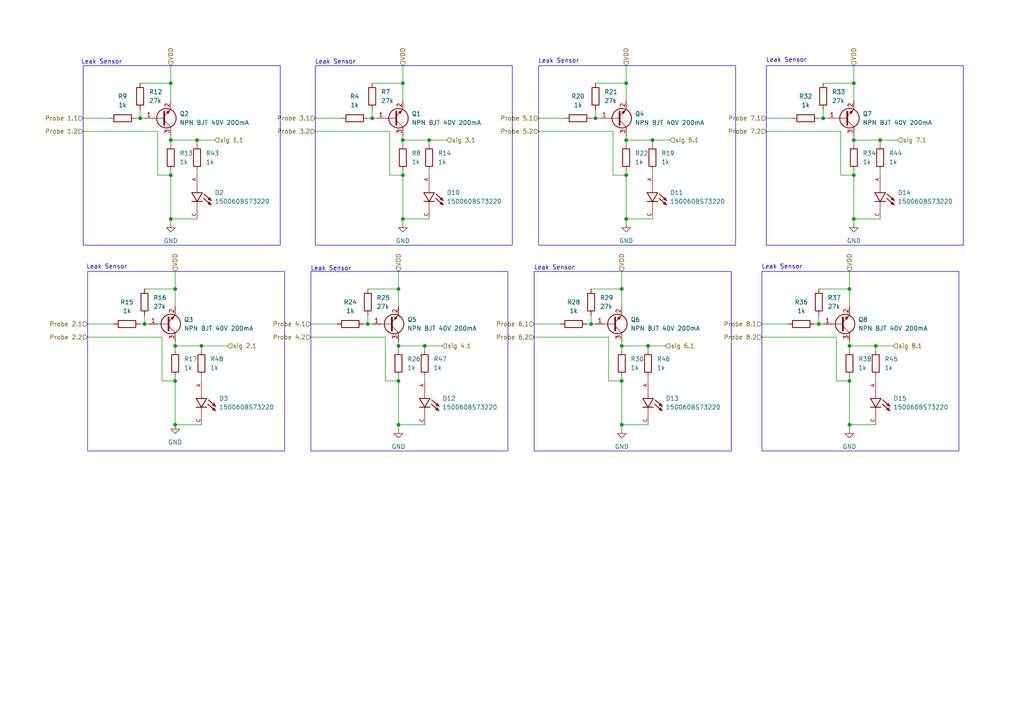
<source format=kicad_sch>
(kicad_sch (version 20250114) (generator "eeschema") (generator_version "9.0")
  (paper "A4")
  (title_block (title "Sensor_pcb: leak sensors") (date "2025-10-21") (company "Giacomo Raggi"))
  (rectangle (start 24.13 19.05) (end 81.28 71.12))
  (rectangle (start 222.25 19.05) (end 279.4 71.12))
  (rectangle (start 154.94 78.74) (end 212.09 130.81))
  (rectangle (start 25.4 78.74) (end 82.55 130.81))
  (rectangle (start 156.21 19.05) (end 213.36 71.12))
  (rectangle (start 220.98 78.74) (end 278.13 130.81))
  (rectangle (start 91.44 19.05) (end 148.59 71.12))
  (rectangle (start 90.17 78.74) (end 147.32 130.81))
  (text "Leak Sensor" (at 29.464 18.034 0) (effects (font (size 1.27 1.27))))
  (text "Leak Sensor" (at 226.822 77.47 0) (effects (font (size 1.27 1.27))))
  (text "Leak Sensor\n" (at 30.988 77.47 0) (effects (font (size 1.27 1.27))))
  (text "Leak Sensor" (at 228.092 17.526 0) (effects (font (size 1.27 1.27))))
  (text "Leak Sensor" (at 97.282 18.034 0) (effects (font (size 1.27 1.27))))
  (text "Leak Sensor" (at 96.012 77.978 0) (effects (font (size 1.27 1.27))))
  (text "Leak Sensor" (at 160.782 77.724 0) (effects (font (size 1.27 1.27))))
  (text "Leak Sensor" (at 162.052 17.78 0) (effects (font (size 1.27 1.27))))
  (junction (at 254 100.33))
  (junction (at 115.57 100.33))
  (junction (at 237.49 93.98))
  (junction (at 49.53 63.5))
  (junction (at 181.61 50.8))
  (junction (at 171.45 93.98))
  (junction (at 247.65 63.5))
  (junction (at 172.72 34.29))
  (junction (at 50.8 100.33))
  (junction (at 180.34 110.49))
  (junction (at 116.84 63.5))
  (junction (at 116.84 40.64))
  (junction (at 58.42 100.33))
  (junction (at 180.34 100.33))
  (junction (at 116.84 24.13))
  (junction (at 50.8 110.49))
  (junction (at 57.15 40.64))
  (junction (at 247.65 24.13))
  (junction (at 180.34 83.82))
  (junction (at 41.91 93.98))
  (junction (at 187.96 100.33))
  (junction (at 106.68 93.98))
  (junction (at 247.65 50.8))
  (junction (at 124.46 40.64))
  (junction (at 50.8 83.82))
  (junction (at 246.38 110.49))
  (junction (at 247.65 40.64))
  (junction (at 181.61 24.13))
  (junction (at 238.76 34.29))
  (junction (at 115.57 110.49))
  (junction (at 123.19 100.33))
  (junction (at 49.53 40.64))
  (junction (at 107.95 34.29))
  (junction (at 246.38 123.19))
  (junction (at 255.27 40.64))
  (junction (at 40.64 34.29))
  (junction (at 246.38 83.82))
  (junction (at 181.61 63.5))
  (junction (at 115.57 123.19))
  (junction (at 49.53 50.8))
  (junction (at 116.84 50.8))
  (junction (at 180.34 123.19))
  (junction (at 115.57 83.82))
  (junction (at 181.61 40.64))
  (junction (at 189.23 40.64))
  (junction (at 49.53 24.13))
  (junction (at 246.38 100.33))
  (junction (at 50.8 123.19))
  (wire (pts (xy 49.53 50.8) (xy 49.53 63.5)))
  (wire (pts (xy 46.99 97.79) (xy 46.99 110.49)))
  (wire (pts (xy 181.61 39.37) (xy 181.61 40.64)))
  (wire (pts (xy 247.65 40.64) (xy 255.27 40.64)))
  (wire (pts (xy 40.64 31.75) (xy 40.64 34.29)))
  (wire (pts (xy 181.61 63.5) (xy 189.23 63.5)))
  (wire (pts (xy 50.8 100.33) (xy 58.42 100.33)))
  (wire (pts (xy 50.8 110.49) (xy 50.8 123.19)))
  (wire (pts (xy 187.96 100.33) (xy 187.96 101.6)))
  (wire (pts (xy 116.84 19.05) (xy 116.84 24.13)))
  (wire (pts (xy 49.53 64.77) (xy 49.53 63.5)))
  (wire (pts (xy 246.38 78.74) (xy 246.38 83.82)))
  (wire (pts (xy 41.91 91.44) (xy 41.91 93.98)))
  (wire (pts (xy 40.64 34.29) (xy 41.91 34.29)))
  (wire (pts (xy 247.65 49.53) (xy 247.65 50.8)))
  (wire (pts (xy 57.15 40.64) (xy 62.23 40.64)))
  (wire (pts (xy 46.99 110.49) (xy 50.8 110.49)))
  (wire (pts (xy 45.72 38.1) (xy 24.13 38.1)))
  (wire (pts (xy 116.84 40.64) (xy 116.84 41.91)))
  (wire (pts (xy 172.72 34.29) (xy 173.99 34.29)))
  (wire (pts (xy 246.38 99.06) (xy 246.38 100.33)))
  (wire (pts (xy 106.68 91.44) (xy 106.68 93.98)))
  (wire (pts (xy 58.42 100.33) (xy 66.04 100.33)))
  (wire (pts (xy 237.49 83.82) (xy 246.38 83.82)))
  (wire (pts (xy 41.91 83.82) (xy 50.8 83.82)))
  (wire (pts (xy 243.84 38.1) (xy 243.84 50.8)))
  (wire (pts (xy 180.34 100.33) (xy 180.34 101.6)))
  (wire (pts (xy 49.53 40.64) (xy 49.53 41.91)))
  (wire (pts (xy 246.38 83.82) (xy 246.38 88.9)))
  (wire (pts (xy 115.57 100.33) (xy 115.57 101.6)))
  (wire (pts (xy 170.18 93.98) (xy 171.45 93.98)))
  (wire (pts (xy 181.61 40.64) (xy 181.61 41.91)))
  (wire (pts (xy 50.8 123.19) (xy 58.42 123.19)))
  (wire (pts (xy 115.57 123.19) (xy 123.19 123.19)))
  (wire (pts (xy 115.57 100.33) (xy 123.19 100.33)))
  (wire (pts (xy 49.53 19.05) (xy 49.53 24.13)))
  (wire (pts (xy 247.65 50.8) (xy 247.65 63.5)))
  (wire (pts (xy 107.95 31.75) (xy 107.95 34.29)))
  (wire (pts (xy 123.19 109.22) (xy 123.19 110.49)))
  (wire (pts (xy 180.34 83.82) (xy 180.34 88.9)))
  (wire (pts (xy 50.8 78.74) (xy 50.8 83.82)))
  (wire (pts (xy 189.23 49.53) (xy 189.23 50.8)))
  (wire (pts (xy 255.27 40.64) (xy 260.35 40.64)))
  (wire (pts (xy 116.84 39.37) (xy 116.84 40.64)))
  (wire (pts (xy 236.22 93.98) (xy 237.49 93.98)))
  (wire (pts (xy 156.21 34.29) (xy 163.83 34.29)))
  (wire (pts (xy 123.19 100.33) (xy 123.19 101.6)))
  (wire (pts (xy 246.38 100.33) (xy 246.38 101.6)))
  (wire (pts (xy 116.84 24.13) (xy 116.84 29.21)))
  (wire (pts (xy 116.84 50.8) (xy 116.84 63.5)))
  (wire (pts (xy 105.41 93.98) (xy 106.68 93.98)))
  (wire (pts (xy 172.72 24.13) (xy 181.61 24.13)))
  (wire (pts (xy 180.34 123.19) (xy 187.96 123.19)))
  (wire (pts (xy 124.46 40.64) (xy 129.54 40.64)))
  (wire (pts (xy 247.65 63.5) (xy 255.27 63.5)))
  (wire (pts (xy 181.61 40.64) (xy 189.23 40.64)))
  (wire (pts (xy 246.38 100.33) (xy 254 100.33)))
  (wire (pts (xy 49.53 49.53) (xy 49.53 50.8)))
  (wire (pts (xy 39.37 34.29) (xy 40.64 34.29)))
  (wire (pts (xy 171.45 91.44) (xy 171.45 93.98)))
  (wire (pts (xy 246.38 109.22) (xy 246.38 110.49)))
  (wire (pts (xy 189.23 40.64) (xy 194.31 40.64)))
  (wire (pts (xy 49.53 39.37) (xy 49.53 40.64)))
  (wire (pts (xy 50.8 109.22) (xy 50.8 110.49)))
  (wire (pts (xy 106.68 34.29) (xy 107.95 34.29)))
  (wire (pts (xy 49.53 24.13) (xy 49.53 29.21)))
  (wire (pts (xy 24.13 34.29) (xy 31.75 34.29)))
  (wire (pts (xy 90.17 93.98) (xy 97.79 93.98)))
  (wire (pts (xy 254 100.33) (xy 259.08 100.33)))
  (wire (pts (xy 41.91 93.98) (xy 43.18 93.98)))
  (wire (pts (xy 189.23 40.64) (xy 189.23 41.91)))
  (wire (pts (xy 220.98 93.98) (xy 228.6 93.98)))
  (wire (pts (xy 242.57 97.79) (xy 242.57 110.49)))
  (wire (pts (xy 238.76 31.75) (xy 238.76 34.29)))
  (wire (pts (xy 176.53 97.79) (xy 154.94 97.79)))
  (wire (pts (xy 177.8 38.1) (xy 156.21 38.1)))
  (wire (pts (xy 106.68 93.98) (xy 107.95 93.98)))
  (wire (pts (xy 116.84 63.5) (xy 124.46 63.5)))
  (wire (pts (xy 113.03 50.8) (xy 116.84 50.8)))
  (wire (pts (xy 187.96 100.33) (xy 193.04 100.33)))
  (wire (pts (xy 107.95 24.13) (xy 116.84 24.13)))
  (wire (pts (xy 181.61 50.8) (xy 181.61 63.5)))
  (wire (pts (xy 247.65 40.64) (xy 247.65 41.91)))
  (wire (pts (xy 181.61 64.77) (xy 181.61 63.5)))
  (wire (pts (xy 116.84 49.53) (xy 116.84 50.8)))
  (wire (pts (xy 176.53 97.79) (xy 176.53 110.49)))
  (wire (pts (xy 45.72 38.1) (xy 45.72 50.8)))
  (wire (pts (xy 49.53 63.5) (xy 57.15 63.5)))
  (wire (pts (xy 40.64 24.13) (xy 49.53 24.13)))
  (wire (pts (xy 180.34 99.06) (xy 180.34 100.33)))
  (wire (pts (xy 176.53 110.49) (xy 180.34 110.49)))
  (wire (pts (xy 106.68 83.82) (xy 115.57 83.82)))
  (wire (pts (xy 177.8 50.8) (xy 181.61 50.8)))
  (wire (pts (xy 171.45 93.98) (xy 172.72 93.98)))
  (wire (pts (xy 91.44 34.29) (xy 99.06 34.29)))
  (wire (pts (xy 115.57 78.74) (xy 115.57 83.82)))
  (wire (pts (xy 111.76 97.79) (xy 111.76 110.49)))
  (wire (pts (xy 116.84 40.64) (xy 124.46 40.64)))
  (wire (pts (xy 57.15 49.53) (xy 57.15 50.8)))
  (wire (pts (xy 58.42 109.22) (xy 58.42 110.49)))
  (wire (pts (xy 247.65 39.37) (xy 247.65 40.64)))
  (wire (pts (xy 116.84 64.77) (xy 116.84 63.5)))
  (wire (pts (xy 154.94 93.98) (xy 162.56 93.98)))
  (wire (pts (xy 247.65 19.05) (xy 247.65 24.13)))
  (wire (pts (xy 171.45 34.29) (xy 172.72 34.29)))
  (wire (pts (xy 238.76 24.13) (xy 247.65 24.13)))
  (wire (pts (xy 113.03 38.1) (xy 113.03 50.8)))
  (wire (pts (xy 123.19 100.33) (xy 128.27 100.33)))
  (wire (pts (xy 171.45 83.82) (xy 180.34 83.82)))
  (wire (pts (xy 237.49 91.44) (xy 237.49 93.98)))
  (wire (pts (xy 180.34 78.74) (xy 180.34 83.82)))
  (wire (pts (xy 247.65 24.13) (xy 247.65 29.21)))
  (wire (pts (xy 25.4 93.98) (xy 33.02 93.98)))
  (wire (pts (xy 246.38 123.19) (xy 254 123.19)))
  (wire (pts (xy 115.57 109.22) (xy 115.57 110.49)))
  (wire (pts (xy 254 109.22) (xy 254 110.49)))
  (wire (pts (xy 180.34 100.33) (xy 187.96 100.33)))
  (wire (pts (xy 246.38 124.46) (xy 246.38 123.19)))
  (wire (pts (xy 107.95 34.29) (xy 109.22 34.29)))
  (wire (pts (xy 124.46 49.53) (xy 124.46 50.8)))
  (wire (pts (xy 50.8 100.33) (xy 50.8 101.6)))
  (wire (pts (xy 181.61 49.53) (xy 181.61 50.8)))
  (wire (pts (xy 255.27 49.53) (xy 255.27 50.8)))
  (wire (pts (xy 40.64 93.98) (xy 41.91 93.98)))
  (wire (pts (xy 46.99 97.79) (xy 25.4 97.79)))
  (wire (pts (xy 115.57 99.06) (xy 115.57 100.33)))
  (wire (pts (xy 181.61 24.13) (xy 181.61 29.21)))
  (wire (pts (xy 180.34 124.46) (xy 180.34 123.19)))
  (wire (pts (xy 115.57 110.49) (xy 115.57 123.19)))
  (wire (pts (xy 111.76 97.79) (xy 90.17 97.79)))
  (wire (pts (xy 50.8 99.06) (xy 50.8 100.33)))
  (wire (pts (xy 222.25 34.29) (xy 229.87 34.29)))
  (wire (pts (xy 242.57 110.49) (xy 246.38 110.49)))
  (wire (pts (xy 111.76 110.49) (xy 115.57 110.49)))
  (wire (pts (xy 57.15 40.64) (xy 57.15 41.91)))
  (wire (pts (xy 50.8 83.82) (xy 50.8 88.9)))
  (wire (pts (xy 181.61 19.05) (xy 181.61 24.13)))
  (wire (pts (xy 49.53 40.64) (xy 57.15 40.64)))
  (wire (pts (xy 115.57 124.46) (xy 115.57 123.19)))
  (wire (pts (xy 243.84 50.8) (xy 247.65 50.8)))
  (wire (pts (xy 247.65 64.77) (xy 247.65 63.5)))
  (wire (pts (xy 246.38 110.49) (xy 246.38 123.19)))
  (wire (pts (xy 238.76 34.29) (xy 240.03 34.29)))
  (wire (pts (xy 177.8 38.1) (xy 177.8 50.8)))
  (wire (pts (xy 113.03 38.1) (xy 91.44 38.1)))
  (wire (pts (xy 180.34 109.22) (xy 180.34 110.49)))
  (wire (pts (xy 254 100.33) (xy 254 101.6)))
  (wire (pts (xy 255.27 40.64) (xy 255.27 41.91)))
  (wire (pts (xy 172.72 31.75) (xy 172.72 34.29)))
  (wire (pts (xy 58.42 100.33) (xy 58.42 101.6)))
  (wire (pts (xy 180.34 110.49) (xy 180.34 123.19)))
  (wire (pts (xy 237.49 34.29) (xy 238.76 34.29)))
  (wire (pts (xy 243.84 38.1) (xy 222.25 38.1)))
  (wire (pts (xy 115.57 83.82) (xy 115.57 88.9)))
  (wire (pts (xy 124.46 40.64) (xy 124.46 41.91)))
  (wire (pts (xy 242.57 97.79) (xy 220.98 97.79)))
  (wire (pts (xy 45.72 50.8) (xy 49.53 50.8)))
  (wire (pts (xy 237.49 93.98) (xy 238.76 93.98)))
  (wire (pts (xy 187.96 109.22) (xy 187.96 110.49)))
  (hierarchical_label "Probe 1.2" (shape input) (at 24.13 38.1 180))
  (hierarchical_label "Probe 6.2" (shape input) (at 154.94 97.79 180))
  (hierarchical_label "Probe 3.2" (shape input) (at 91.44 38.1 180))
  (hierarchical_label "sig 4.1" (shape input) (at 128.27 100.33 0))
  (hierarchical_label "VDD" (shape input) (at 50.8 78.74 90))
  (hierarchical_label "sig 8.1" (shape input) (at 259.08 100.33 0))
  (hierarchical_label "sig 2.1" (shape input) (at 66.04 100.33 0))
  (hierarchical_label "VDD" (shape input) (at 115.57 78.74 90))
  (hierarchical_label "VDD" (shape input) (at 180.34 78.74 90))
  (hierarchical_label "VDD" (shape input) (at 49.53 19.05 90))
  (hierarchical_label "Probe 5.2" (shape input) (at 156.21 38.1 180))
  (hierarchical_label "Probe 8.1" (shape input) (at 220.98 93.98 180))
  (hierarchical_label "sig 1.1" (shape input) (at 62.23 40.64 0))
  (hierarchical_label "Probe 7.1" (shape input) (at 222.25 34.29 180))
  (hierarchical_label "Probe 3.1" (shape input) (at 91.44 34.29 180))
  (hierarchical_label "VDD" (shape input) (at 181.61 19.05 90))
  (hierarchical_label "VDD" (shape input) (at 247.65 19.05 90))
  (hierarchical_label "Probe 7.2" (shape input) (at 222.25 38.1 180))
  (hierarchical_label "Probe 6.1" (shape input) (at 154.94 93.98 180))
  (hierarchical_label "Probe 5.1" (shape input) (at 156.21 34.29 180))
  (hierarchical_label "Probe 4.2" (shape input) (at 90.17 97.79 180))
  (hierarchical_label "Probe 4.1" (shape input) (at 90.17 93.98 180))
  (hierarchical_label "Probe 2.2" (shape input) (at 25.4 97.79 180))
  (hierarchical_label "Probe 8.2" (shape input) (at 220.98 97.79 180))
  (hierarchical_label "VDD" (shape input) (at 246.38 78.74 90))
  (hierarchical_label "sig 5.1" (shape input) (at 194.31 40.64 0))
  (hierarchical_label "sig 3.1" (shape input) (at 129.54 40.64 0))
  (hierarchical_label "sig 7.1" (shape input) (at 260.35 40.64 0))
  (hierarchical_label "Probe 1.1" (shape input) (at 24.13 34.29 180))
  (hierarchical_label "sig 6.1" (shape input) (at 193.04 100.33 0))
  (hierarchical_label "VDD" (shape input) (at 116.84 19.05 90))
  (hierarchical_label "Probe 2.1" (shape input) (at 25.4 93.98 180))
  (symbol (lib_id "#dzdb:s_misc/Q-NPN-200-SOT23") (at 245.11 34.29 0) (mirror x) (unit 1)
    (property "Reference" "Q7" (at 250.19 33.0199 0) (effects (justify left)))
    (property "Value" "NPN BJT 40V 200mA" (at 250.19 35.5599 0) (effects (justify left)))
    (property "Footprint" "Package_TO_SOT_SMD:SOT-23" (effects (hide yes)))
    (property "Datasheet" "https://www.lcsc.com/datasheet/C94514.pdf" (effects (hide yes)))
    (property "Description" "Transistor NPN general-purpose small-signal" (effects (hide yes)))
    (property "IPN" "Q-NPN-200-SOT23" (effects (hide yes)))
    (property "MPN" "MMBT3904-7-F" (effects (hide yes)))
    (property "Manufacturer" "Diodes Incorporated" (effects (hide yes)))
    (property "Symbol" "Transistor_BJT:MMBT3904" (effects (hide yes)))
    (property "Type" "BJT" (effects (hide yes)))
    (property "Supplier" "N/A" (effects (hide yes)))
    (property "SPN" "N/A" (effects (hide yes)))
    (property "LCSC" "C94514" (effects (hide yes)))
  )
  (symbol (lib_id "#dzdb:g_res/R-1k-0603") (at 187.96 105.41 0) (unit 1)
    (property "Reference" "R46" (at 190.5 104.1399 0) (effects (justify left)))
    (property "Value" "1k" (at 190.5 106.6799 0) (effects (justify left)))
    (property "Footprint" "Resistor_SMD:R_0603_1608Metric" (effects (hide yes)))
    (property "Datasheet" "https://www.we-online.com/components/products/datasheet/560112116014.pdf" (effects (hide yes)))
    (property "Description" "Thick Film Resistors - SMD WRIS-RSKS 1 kOhms 1 % 0.1 W 0603" (effects (hide yes)))
    (property "IPN" "R-1k-0603" (effects (hide yes)))
    (property "MPN" "560112116014" (effects (hide yes)))
    (property "Manufacturer" "Wurth Elektronik" (effects (hide yes)))
    (property "Resistance" "1k" (effects (hide yes)))
    (property "Power" "0.1 W" (effects (hide yes)))
    (property "Material" "Thick film" (effects (hide yes)))
    (property "Tolerance" "1 %" (effects (hide yes)))
    (property "Supplier" "Mouser" (effects (hide yes)))
    (property "SPN" "710-560112116014" (effects (hide yes)))
    (property "LCSC" "CXXXXX" (effects (hide yes)))
    (property "Comment" "lifecycle=Active; note=Auto-generated" (effects (hide yes)))
  )
  (symbol (lib_id "#dzdb:g_res/R-1k-0603") (at 115.57 105.41 0) (unit 1)
    (property "Reference" "R26" (at 118.11 104.1399 0) (effects (justify left)))
    (property "Value" "1k" (at 118.11 106.6799 0) (effects (justify left)))
    (property "Footprint" "Resistor_SMD:R_0603_1608Metric" (effects (hide yes)))
    (property "Datasheet" "https://www.we-online.com/components/products/datasheet/560112116014.pdf" (effects (hide yes)))
    (property "Description" "Thick Film Resistors - SMD WRIS-RSKS 1 kOhms 1 % 0.1 W 0603" (effects (hide yes)))
    (property "IPN" "R-1k-0603" (effects (hide yes)))
    (property "MPN" "560112116014" (effects (hide yes)))
    (property "Manufacturer" "Wurth Elektronik" (effects (hide yes)))
    (property "Resistance" "1k" (effects (hide yes)))
    (property "Power" "0.1 W" (effects (hide yes)))
    (property "Material" "Thick film" (effects (hide yes)))
    (property "Tolerance" "1 %" (effects (hide yes)))
    (property "Supplier" "Mouser" (effects (hide yes)))
    (property "SPN" "710-560112116014" (effects (hide yes)))
    (property "LCSC" "CXXXXX" (effects (hide yes)))
    (property "Comment" "lifecycle=Active; note=Auto-generated" (effects (hide yes)))
  )
  (symbol (lib_id "#dzdb:s_dio/D-WUR-150060BS73220") (at 57.15 58.42 270) (unit 1)
    (property "Reference" "D2" (at 62.23 55.8799 90) (effects (justify left)))
    (property "Value" "150060BS73220" (at 62.23 58.4199 90) (effects (justify left)))
    (property "Footprint" "dz_dio:LED_0603" (effects (hide yes)))
    (property "Datasheet" "https://www.we-online.com/components/products/datasheet/150060BS73220.pdf" (effects (hide yes)))
    (property "Description" "LED BLUE 470nm 170mcd@20mA 3.2V" (effects (hide yes)))
    (property "IPN" "D-WUR-150060BS73220" (effects (hide yes)))
    (property "MPN" "150060BS73220" (effects (hide yes)))
    (property "Manufacturer" "Würth Elektronik" (effects (hide yes)))
    (property "Type" "LED BLUE" (effects (hide yes)))
    (property "Vf" "3.2V" (effects (hide yes)))
    (property "If" "20mA" (effects (hide yes)))
    (property "Supplier" "Mouser" (effects (hide yes)))
    (property "LCSC" " " (effects (hide yes)))
    (property "Comment" "lifecycle=Active" (effects (hide yes)))
  )
  (symbol (lib_id "power:GND") (at 247.65 64.77 0) (unit 1)
    (property "Reference" "#PWR017" (effects (hide yes)))
    (property "Value" "GND" (at 247.65 69.85 0))
    (property "Description" "Power symbol creates a global label with name \"GND\" , ground" (effects (hide yes)))
  )
  (symbol (lib_id "#dzdb:g_res/R-27k-0603") (at 41.91 87.63 0) (unit 1)
    (property "Reference" "R16" (at 44.45 86.3599 0) (effects (justify left)))
    (property "Value" "27k" (at 44.45 88.8999 0) (effects (justify left)))
    (property "Footprint" "Resistor_SMD:R_0603_1608Metric" (effects (hide yes)))
    (property "Datasheet" "https://www.we-online.com/components/products/datasheet/560112116023.pdf" (effects (hide yes)))
    (property "Description" "Thick Film Resistors - SMD WRIS-RSKS 27 kOhms 1 % 0.1 W 0603" (effects (hide yes)))
    (property "IPN" "R-27k-0603" (effects (hide yes)))
    (property "MPN" "560112116023" (effects (hide yes)))
    (property "Manufacturer" "Wurth Elektronik" (effects (hide yes)))
    (property "Resistance" "27k" (effects (hide yes)))
    (property "Power" "0.1 W" (effects (hide yes)))
    (property "Material" "Thick film" (effects (hide yes)))
    (property "Tolerance" "1 %" (effects (hide yes)))
    (property "Supplier" "Mouser" (effects (hide yes)))
    (property "SPN" "710-560112116023" (effects (hide yes)))
    (property "LCSC" "CXXXXX" (effects (hide yes)))
    (property "Comment" "lifecycle=Active; note=Auto-generated" (effects (hide yes)))
  )
  (symbol (lib_id "#dzdb:g_res/R-1k-0603") (at 116.84 45.72 0) (unit 1)
    (property "Reference" "R8" (at 119.38 44.4499 0) (effects (justify left)))
    (property "Value" "1k" (at 119.38 46.9899 0) (effects (justify left)))
    (property "Footprint" "Resistor_SMD:R_0603_1608Metric" (effects (hide yes)))
    (property "Datasheet" "https://www.we-online.com/components/products/datasheet/560112116014.pdf" (effects (hide yes)))
    (property "Description" "Thick Film Resistors - SMD WRIS-RSKS 1 kOhms 1 % 0.1 W 0603" (effects (hide yes)))
    (property "IPN" "R-1k-0603" (effects (hide yes)))
    (property "MPN" "560112116014" (effects (hide yes)))
    (property "Manufacturer" "Wurth Elektronik" (effects (hide yes)))
    (property "Resistance" "1k" (effects (hide yes)))
    (property "Power" "0.1 W" (effects (hide yes)))
    (property "Material" "Thick film" (effects (hide yes)))
    (property "Tolerance" "1 %" (effects (hide yes)))
    (property "Supplier" "Mouser" (effects (hide yes)))
    (property "SPN" "710-560112116014" (effects (hide yes)))
    (property "LCSC" "CXXXXX" (effects (hide yes)))
    (property "Comment" "lifecycle=Active; note=Auto-generated" (effects (hide yes)))
  )
  (symbol (lib_id "#dzdb:g_res/R-1k-0603") (at 58.42 105.41 0) (unit 1)
    (property "Reference" "R48" (at 60.96 104.1399 0) (effects (justify left)))
    (property "Value" "1k" (at 60.96 106.6799 0) (effects (justify left)))
    (property "Footprint" "Resistor_SMD:R_0603_1608Metric" (effects (hide yes)))
    (property "Datasheet" "https://www.we-online.com/components/products/datasheet/560112116014.pdf" (effects (hide yes)))
    (property "Description" "Thick Film Resistors - SMD WRIS-RSKS 1 kOhms 1 % 0.1 W 0603" (effects (hide yes)))
    (property "IPN" "R-1k-0603" (effects (hide yes)))
    (property "MPN" "560112116014" (effects (hide yes)))
    (property "Manufacturer" "Wurth Elektronik" (effects (hide yes)))
    (property "Resistance" "1k" (effects (hide yes)))
    (property "Power" "0.1 W" (effects (hide yes)))
    (property "Material" "Thick film" (effects (hide yes)))
    (property "Tolerance" "1 %" (effects (hide yes)))
    (property "Supplier" "Mouser" (effects (hide yes)))
    (property "SPN" "710-560112116014" (effects (hide yes)))
    (property "LCSC" "CXXXXX" (effects (hide yes)))
    (property "Comment" "lifecycle=Active; note=Auto-generated" (effects (hide yes)))
  )
  (symbol (lib_id "#dzdb:g_res/R-1k-0603") (at 50.8 105.41 0) (unit 1)
    (property "Reference" "R17" (at 53.34 104.1399 0) (effects (justify left)))
    (property "Value" "1k" (at 53.34 106.6799 0) (effects (justify left)))
    (property "Footprint" "Resistor_SMD:R_0603_1608Metric" (effects (hide yes)))
    (property "Datasheet" "https://www.we-online.com/components/products/datasheet/560112116014.pdf" (effects (hide yes)))
    (property "Description" "Thick Film Resistors - SMD WRIS-RSKS 1 kOhms 1 % 0.1 W 0603" (effects (hide yes)))
    (property "IPN" "R-1k-0603" (effects (hide yes)))
    (property "MPN" "560112116014" (effects (hide yes)))
    (property "Manufacturer" "Wurth Elektronik" (effects (hide yes)))
    (property "Resistance" "1k" (effects (hide yes)))
    (property "Power" "0.1 W" (effects (hide yes)))
    (property "Material" "Thick film" (effects (hide yes)))
    (property "Tolerance" "1 %" (effects (hide yes)))
    (property "Supplier" "Mouser" (effects (hide yes)))
    (property "SPN" "710-560112116014" (effects (hide yes)))
    (property "LCSC" "CXXXXX" (effects (hide yes)))
    (property "Comment" "lifecycle=Active; note=Auto-generated" (effects (hide yes)))
  )
  (symbol (lib_id "#dzdb:g_res/R-1k-0603") (at 102.87 34.29 90) (unit 1)
    (property "Reference" "R4" (at 102.87 27.94 90))
    (property "Value" "1k" (at 102.87 30.48 90))
    (property "Footprint" "Resistor_SMD:R_0603_1608Metric" (effects (hide yes)))
    (property "Datasheet" "https://www.we-online.com/components/products/datasheet/560112116014.pdf" (effects (hide yes)))
    (property "Description" "Thick Film Resistors - SMD WRIS-RSKS 1 kOhms 1 % 0.1 W 0603" (effects (hide yes)))
    (property "IPN" "R-1k-0603" (effects (hide yes)))
    (property "MPN" "560112116014" (effects (hide yes)))
    (property "Manufacturer" "Wurth Elektronik" (effects (hide yes)))
    (property "Resistance" "1k" (effects (hide yes)))
    (property "Power" "0.1 W" (effects (hide yes)))
    (property "Material" "Thick film" (effects (hide yes)))
    (property "Tolerance" "1 %" (effects (hide yes)))
    (property "Supplier" "Mouser" (effects (hide yes)))
    (property "SPN" "710-560112116014" (effects (hide yes)))
    (property "LCSC" "CXXXXX" (effects (hide yes)))
    (property "Comment" "lifecycle=Active; note=Auto-generated" (effects (hide yes)))
  )
  (symbol (lib_id "#dzdb:s_misc/Q-NPN-200-SOT23") (at 177.8 93.98 0) (mirror x) (unit 1)
    (property "Reference" "Q6" (at 182.88 92.7099 0) (effects (justify left)))
    (property "Value" "NPN BJT 40V 200mA" (at 182.88 95.2499 0) (effects (justify left)))
    (property "Footprint" "Package_TO_SOT_SMD:SOT-23" (effects (hide yes)))
    (property "Datasheet" "https://www.lcsc.com/datasheet/C94514.pdf" (effects (hide yes)))
    (property "Description" "Transistor NPN general-purpose small-signal" (effects (hide yes)))
    (property "IPN" "Q-NPN-200-SOT23" (effects (hide yes)))
    (property "MPN" "MMBT3904-7-F" (effects (hide yes)))
    (property "Manufacturer" "Diodes Incorporated" (effects (hide yes)))
    (property "Symbol" "Transistor_BJT:MMBT3904" (effects (hide yes)))
    (property "Type" "BJT" (effects (hide yes)))
    (property "Supplier" "N/A" (effects (hide yes)))
    (property "SPN" "N/A" (effects (hide yes)))
    (property "LCSC" "C94514" (effects (hide yes)))
  )
  (symbol (lib_id "power:GND") (at 50.8 123.19 0) (unit 1)
    (property "Reference" "#PWR08" (effects (hide yes)))
    (property "Value" "GND" (at 50.8 128.27 0))
    (property "Description" "Power symbol creates a global label with name \"GND\" , ground" (effects (hide yes)))
  )
  (symbol (lib_id "#dzdb:g_res/R-27k-0603") (at 40.64 27.94 0) (unit 1)
    (property "Reference" "R12" (at 43.18 26.6699 0) (effects (justify left)))
    (property "Value" "27k" (at 43.18 29.2099 0) (effects (justify left)))
    (property "Footprint" "Resistor_SMD:R_0603_1608Metric" (effects (hide yes)))
    (property "Datasheet" "https://www.we-online.com/components/products/datasheet/560112116023.pdf" (effects (hide yes)))
    (property "Description" "Thick Film Resistors - SMD WRIS-RSKS 27 kOhms 1 % 0.1 W 0603" (effects (hide yes)))
    (property "IPN" "R-27k-0603" (effects (hide yes)))
    (property "MPN" "560112116023" (effects (hide yes)))
    (property "Manufacturer" "Wurth Elektronik" (effects (hide yes)))
    (property "Resistance" "27k" (effects (hide yes)))
    (property "Power" "0.1 W" (effects (hide yes)))
    (property "Material" "Thick film" (effects (hide yes)))
    (property "Tolerance" "1 %" (effects (hide yes)))
    (property "Supplier" "Mouser" (effects (hide yes)))
    (property "SPN" "710-560112116023" (effects (hide yes)))
    (property "LCSC" "CXXXXX" (effects (hide yes)))
    (property "Comment" "lifecycle=Active; note=Auto-generated" (effects (hide yes)))
  )
  (symbol (lib_id "#dzdb:g_res/R-27k-0603") (at 107.95 27.94 0) (unit 1)
    (property "Reference" "R7" (at 110.49 26.6699 0) (effects (justify left)))
    (property "Value" "27k" (at 110.49 29.2099 0) (effects (justify left)))
    (property "Footprint" "Resistor_SMD:R_0603_1608Metric" (effects (hide yes)))
    (property "Datasheet" "https://www.we-online.com/components/products/datasheet/560112116023.pdf" (effects (hide yes)))
    (property "Description" "Thick Film Resistors - SMD WRIS-RSKS 27 kOhms 1 % 0.1 W 0603" (effects (hide yes)))
    (property "IPN" "R-27k-0603" (effects (hide yes)))
    (property "MPN" "560112116023" (effects (hide yes)))
    (property "Manufacturer" "Wurth Elektronik" (effects (hide yes)))
    (property "Resistance" "27k" (effects (hide yes)))
    (property "Power" "0.1 W" (effects (hide yes)))
    (property "Material" "Thick film" (effects (hide yes)))
    (property "Tolerance" "1 %" (effects (hide yes)))
    (property "Supplier" "Mouser" (effects (hide yes)))
    (property "SPN" "710-560112116023" (effects (hide yes)))
    (property "LCSC" "CXXXXX" (effects (hide yes)))
    (property "Comment" "lifecycle=Active; note=Auto-generated" (effects (hide yes)))
  )
  (symbol (lib_id "#dzdb:s_misc/Q-NPN-200-SOT23") (at 113.03 93.98 0) (mirror x) (unit 1)
    (property "Reference" "Q5" (at 118.11 92.7099 0) (effects (justify left)))
    (property "Value" "NPN BJT 40V 200mA" (at 118.11 95.2499 0) (effects (justify left)))
    (property "Footprint" "Package_TO_SOT_SMD:SOT-23" (effects (hide yes)))
    (property "Datasheet" "https://www.lcsc.com/datasheet/C94514.pdf" (effects (hide yes)))
    (property "Description" "Transistor NPN general-purpose small-signal" (effects (hide yes)))
    (property "IPN" "Q-NPN-200-SOT23" (effects (hide yes)))
    (property "MPN" "MMBT3904-7-F" (effects (hide yes)))
    (property "Manufacturer" "Diodes Incorporated" (effects (hide yes)))
    (property "Symbol" "Transistor_BJT:MMBT3904" (effects (hide yes)))
    (property "Type" "BJT" (effects (hide yes)))
    (property "Supplier" "N/A" (effects (hide yes)))
    (property "SPN" "N/A" (effects (hide yes)))
    (property "LCSC" "C94514" (effects (hide yes)))
  )
  (symbol (lib_id "#dzdb:g_res/R-27k-0603") (at 238.76 27.94 0) (unit 1)
    (property "Reference" "R33" (at 241.3 26.6699 0) (effects (justify left)))
    (property "Value" "27k" (at 241.3 29.2099 0) (effects (justify left)))
    (property "Footprint" "Resistor_SMD:R_0603_1608Metric" (effects (hide yes)))
    (property "Datasheet" "https://www.we-online.com/components/products/datasheet/560112116023.pdf" (effects (hide yes)))
    (property "Description" "Thick Film Resistors - SMD WRIS-RSKS 27 kOhms 1 % 0.1 W 0603" (effects (hide yes)))
    (property "IPN" "R-27k-0603" (effects (hide yes)))
    (property "MPN" "560112116023" (effects (hide yes)))
    (property "Manufacturer" "Wurth Elektronik" (effects (hide yes)))
    (property "Resistance" "27k" (effects (hide yes)))
    (property "Power" "0.1 W" (effects (hide yes)))
    (property "Material" "Thick film" (effects (hide yes)))
    (property "Tolerance" "1 %" (effects (hide yes)))
    (property "Supplier" "Mouser" (effects (hide yes)))
    (property "SPN" "710-560112116023" (effects (hide yes)))
    (property "LCSC" "CXXXXX" (effects (hide yes)))
    (property "Comment" "lifecycle=Active; note=Auto-generated" (effects (hide yes)))
  )
  (symbol (lib_id "#dzdb:g_res/R-1k-0603") (at 180.34 105.41 0) (unit 1)
    (property "Reference" "R30" (at 182.88 104.1399 0) (effects (justify left)))
    (property "Value" "1k" (at 182.88 106.6799 0) (effects (justify left)))
    (property "Footprint" "Resistor_SMD:R_0603_1608Metric" (effects (hide yes)))
    (property "Datasheet" "https://www.we-online.com/components/products/datasheet/560112116014.pdf" (effects (hide yes)))
    (property "Description" "Thick Film Resistors - SMD WRIS-RSKS 1 kOhms 1 % 0.1 W 0603" (effects (hide yes)))
    (property "IPN" "R-1k-0603" (effects (hide yes)))
    (property "MPN" "560112116014" (effects (hide yes)))
    (property "Manufacturer" "Wurth Elektronik" (effects (hide yes)))
    (property "Resistance" "1k" (effects (hide yes)))
    (property "Power" "0.1 W" (effects (hide yes)))
    (property "Material" "Thick film" (effects (hide yes)))
    (property "Tolerance" "1 %" (effects (hide yes)))
    (property "Supplier" "Mouser" (effects (hide yes)))
    (property "SPN" "710-560112116014" (effects (hide yes)))
    (property "LCSC" "CXXXXX" (effects (hide yes)))
    (property "Comment" "lifecycle=Active; note=Auto-generated" (effects (hide yes)))
  )
  (symbol (lib_id "#dzdb:s_misc/Q-NPN-200-SOT23") (at 48.26 93.98 0) (mirror x) (unit 1)
    (property "Reference" "Q3" (at 53.34 92.7099 0) (effects (justify left)))
    (property "Value" "NPN BJT 40V 200mA" (at 53.34 95.2499 0) (effects (justify left)))
    (property "Footprint" "Package_TO_SOT_SMD:SOT-23" (effects (hide yes)))
    (property "Datasheet" "https://www.lcsc.com/datasheet/C94514.pdf" (effects (hide yes)))
    (property "Description" "Transistor NPN general-purpose small-signal" (effects (hide yes)))
    (property "IPN" "Q-NPN-200-SOT23" (effects (hide yes)))
    (property "MPN" "MMBT3904-7-F" (effects (hide yes)))
    (property "Manufacturer" "Diodes Incorporated" (effects (hide yes)))
    (property "Symbol" "Transistor_BJT:MMBT3904" (effects (hide yes)))
    (property "Type" "BJT" (effects (hide yes)))
    (property "Supplier" "N/A" (effects (hide yes)))
    (property "SPN" "N/A" (effects (hide yes)))
    (property "LCSC" "C94514" (effects (hide yes)))
  )
  (symbol (lib_id "#dzdb:s_dio/D-WUR-150060BS73220") (at 254 118.11 270) (unit 1)
    (property "Reference" "D15" (at 259.08 115.5699 90) (effects (justify left)))
    (property "Value" "150060BS73220" (at 259.08 118.1099 90) (effects (justify left)))
    (property "Footprint" "dz_dio:LED_0603" (effects (hide yes)))
    (property "Datasheet" "https://www.we-online.com/components/products/datasheet/150060BS73220.pdf" (effects (hide yes)))
    (property "Description" "LED BLUE 470nm 170mcd@20mA 3.2V" (effects (hide yes)))
    (property "IPN" "D-WUR-150060BS73220" (effects (hide yes)))
    (property "MPN" "150060BS73220" (effects (hide yes)))
    (property "Manufacturer" "Würth Elektronik" (effects (hide yes)))
    (property "Type" "LED BLUE" (effects (hide yes)))
    (property "Vf" "3.2V" (effects (hide yes)))
    (property "If" "20mA" (effects (hide yes)))
    (property "Supplier" "Mouser" (effects (hide yes)))
    (property "LCSC" " " (effects (hide yes)))
    (property "Comment" "lifecycle=Active" (effects (hide yes)))
  )
  (symbol (lib_id "#dzdb:g_res/R-1k-0603") (at 233.68 34.29 90) (unit 1)
    (property "Reference" "R32" (at 233.68 27.94 90))
    (property "Value" "1k" (at 233.68 30.48 90))
    (property "Footprint" "Resistor_SMD:R_0603_1608Metric" (effects (hide yes)))
    (property "Datasheet" "https://www.we-online.com/components/products/datasheet/560112116014.pdf" (effects (hide yes)))
    (property "Description" "Thick Film Resistors - SMD WRIS-RSKS 1 kOhms 1 % 0.1 W 0603" (effects (hide yes)))
    (property "IPN" "R-1k-0603" (effects (hide yes)))
    (property "MPN" "560112116014" (effects (hide yes)))
    (property "Manufacturer" "Wurth Elektronik" (effects (hide yes)))
    (property "Resistance" "1k" (effects (hide yes)))
    (property "Power" "0.1 W" (effects (hide yes)))
    (property "Material" "Thick film" (effects (hide yes)))
    (property "Tolerance" "1 %" (effects (hide yes)))
    (property "Supplier" "Mouser" (effects (hide yes)))
    (property "SPN" "710-560112116014" (effects (hide yes)))
    (property "LCSC" "CXXXXX" (effects (hide yes)))
    (property "Comment" "lifecycle=Active; note=Auto-generated" (effects (hide yes)))
  )
  (symbol (lib_id "power:GND") (at 246.38 124.46 0) (unit 1)
    (property "Reference" "#PWR018" (effects (hide yes)))
    (property "Value" "GND" (at 246.38 129.54 0))
    (property "Description" "Power symbol creates a global label with name \"GND\" , ground" (effects (hide yes)))
  )
  (symbol (lib_id "#dzdb:g_res/R-1k-0603") (at 35.56 34.29 90) (unit 1)
    (property "Reference" "R9" (at 35.56 27.94 90))
    (property "Value" "1k" (at 35.56 30.48 90))
    (property "Footprint" "Resistor_SMD:R_0603_1608Metric" (effects (hide yes)))
    (property "Datasheet" "https://www.we-online.com/components/products/datasheet/560112116014.pdf" (effects (hide yes)))
    (property "Description" "Thick Film Resistors - SMD WRIS-RSKS 1 kOhms 1 % 0.1 W 0603" (effects (hide yes)))
    (property "IPN" "R-1k-0603" (effects (hide yes)))
    (property "MPN" "560112116014" (effects (hide yes)))
    (property "Manufacturer" "Wurth Elektronik" (effects (hide yes)))
    (property "Resistance" "1k" (effects (hide yes)))
    (property "Power" "0.1 W" (effects (hide yes)))
    (property "Material" "Thick film" (effects (hide yes)))
    (property "Tolerance" "1 %" (effects (hide yes)))
    (property "Supplier" "Mouser" (effects (hide yes)))
    (property "SPN" "710-560112116014" (effects (hide yes)))
    (property "LCSC" "CXXXXX" (effects (hide yes)))
    (property "Comment" "lifecycle=Active; note=Auto-generated" (effects (hide yes)))
  )
  (symbol (lib_id "#dzdb:g_res/R-1k-0603") (at 189.23 45.72 0) (unit 1)
    (property "Reference" "R19" (at 191.77 44.4499 0) (effects (justify left)))
    (property "Value" "1k" (at 191.77 46.9899 0) (effects (justify left)))
    (property "Footprint" "Resistor_SMD:R_0603_1608Metric" (effects (hide yes)))
    (property "Datasheet" "https://www.we-online.com/components/products/datasheet/560112116014.pdf" (effects (hide yes)))
    (property "Description" "Thick Film Resistors - SMD WRIS-RSKS 1 kOhms 1 % 0.1 W 0603" (effects (hide yes)))
    (property "IPN" "R-1k-0603" (effects (hide yes)))
    (property "MPN" "560112116014" (effects (hide yes)))
    (property "Manufacturer" "Wurth Elektronik" (effects (hide yes)))
    (property "Resistance" "1k" (effects (hide yes)))
    (property "Power" "0.1 W" (effects (hide yes)))
    (property "Material" "Thick film" (effects (hide yes)))
    (property "Tolerance" "1 %" (effects (hide yes)))
    (property "Supplier" "Mouser" (effects (hide yes)))
    (property "SPN" "710-560112116014" (effects (hide yes)))
    (property "LCSC" "CXXXXX" (effects (hide yes)))
    (property "Comment" "lifecycle=Active; note=Auto-generated" (effects (hide yes)))
  )
  (symbol (lib_id "power:GND") (at 115.57 124.46 0) (unit 1)
    (property "Reference" "#PWR015" (effects (hide yes)))
    (property "Value" "GND" (at 115.57 129.54 0))
    (property "Description" "Power symbol creates a global label with name \"GND\" , ground" (effects (hide yes)))
  )
  (symbol (lib_id "power:GND") (at 49.53 64.77 0) (unit 1)
    (property "Reference" "#PWR07" (effects (hide yes)))
    (property "Value" "GND" (at 49.53 69.85 0))
    (property "Description" "Power symbol creates a global label with name \"GND\" , ground" (effects (hide yes)))
  )
  (symbol (lib_id "#dzdb:s_misc/Q-NPN-200-SOT23") (at 114.3 34.29 0) (mirror x) (unit 1)
    (property "Reference" "Q1" (at 119.38 33.0199 0) (effects (justify left)))
    (property "Value" "NPN BJT 40V 200mA" (at 119.38 35.5599 0) (effects (justify left)))
    (property "Footprint" "Package_TO_SOT_SMD:SOT-23" (effects (hide yes)))
    (property "Datasheet" "https://www.lcsc.com/datasheet/C94514.pdf" (effects (hide yes)))
    (property "Description" "Transistor NPN general-purpose small-signal" (effects (hide yes)))
    (property "IPN" "Q-NPN-200-SOT23" (effects (hide yes)))
    (property "MPN" "MMBT3904-7-F" (effects (hide yes)))
    (property "Manufacturer" "Diodes Incorporated" (effects (hide yes)))
    (property "Symbol" "Transistor_BJT:MMBT3904" (effects (hide yes)))
    (property "Type" "BJT" (effects (hide yes)))
    (property "Supplier" "N/A" (effects (hide yes)))
    (property "SPN" "N/A" (effects (hide yes)))
    (property "LCSC" "C94514" (effects (hide yes)))
  )
  (symbol (lib_id "power:GND") (at 116.84 64.77 0) (unit 1)
    (property "Reference" "#PWR013" (effects (hide yes)))
    (property "Value" "GND" (at 116.84 69.85 0))
    (property "Description" "Power symbol creates a global label with name \"GND\" , ground" (effects (hide yes)))
  )
  (symbol (lib_id "#dzdb:s_dio/D-WUR-150060BS73220") (at 124.46 58.42 270) (unit 1)
    (property "Reference" "D10" (at 129.54 55.8799 90) (effects (justify left)))
    (property "Value" "150060BS73220" (at 129.54 58.4199 90) (effects (justify left)))
    (property "Footprint" "dz_dio:LED_0603" (effects (hide yes)))
    (property "Datasheet" "https://www.we-online.com/components/products/datasheet/150060BS73220.pdf" (effects (hide yes)))
    (property "Description" "LED BLUE 470nm 170mcd@20mA 3.2V" (effects (hide yes)))
    (property "IPN" "D-WUR-150060BS73220" (effects (hide yes)))
    (property "MPN" "150060BS73220" (effects (hide yes)))
    (property "Manufacturer" "Würth Elektronik" (effects (hide yes)))
    (property "Type" "LED BLUE" (effects (hide yes)))
    (property "Vf" "3.2V" (effects (hide yes)))
    (property "If" "20mA" (effects (hide yes)))
    (property "Supplier" "Mouser" (effects (hide yes)))
    (property "LCSC" " " (effects (hide yes)))
    (property "Comment" "lifecycle=Active" (effects (hide yes)))
  )
  (symbol (lib_id "#dzdb:s_misc/Q-NPN-200-SOT23") (at 243.84 93.98 0) (mirror x) (unit 1)
    (property "Reference" "Q8" (at 248.92 92.7099 0) (effects (justify left)))
    (property "Value" "NPN BJT 40V 200mA" (at 248.92 95.2499 0) (effects (justify left)))
    (property "Footprint" "Package_TO_SOT_SMD:SOT-23" (effects (hide yes)))
    (property "Datasheet" "https://www.lcsc.com/datasheet/C94514.pdf" (effects (hide yes)))
    (property "Description" "Transistor NPN general-purpose small-signal" (effects (hide yes)))
    (property "IPN" "Q-NPN-200-SOT23" (effects (hide yes)))
    (property "MPN" "MMBT3904-7-F" (effects (hide yes)))
    (property "Manufacturer" "Diodes Incorporated" (effects (hide yes)))
    (property "Symbol" "Transistor_BJT:MMBT3904" (effects (hide yes)))
    (property "Type" "BJT" (effects (hide yes)))
    (property "Supplier" "N/A" (effects (hide yes)))
    (property "SPN" "N/A" (effects (hide yes)))
    (property "LCSC" "C94514" (effects (hide yes)))
  )
  (symbol (lib_id "#dzdb:s_dio/D-WUR-150060BS73220") (at 58.42 118.11 270) (unit 1)
    (property "Reference" "D3" (at 63.5 115.5699 90) (effects (justify left)))
    (property "Value" "150060BS73220" (at 63.5 118.1099 90) (effects (justify left)))
    (property "Footprint" "dz_dio:LED_0603" (effects (hide yes)))
    (property "Datasheet" "https://www.we-online.com/components/products/datasheet/150060BS73220.pdf" (effects (hide yes)))
    (property "Description" "LED BLUE 470nm 170mcd@20mA 3.2V" (effects (hide yes)))
    (property "IPN" "D-WUR-150060BS73220" (effects (hide yes)))
    (property "MPN" "150060BS73220" (effects (hide yes)))
    (property "Manufacturer" "Würth Elektronik" (effects (hide yes)))
    (property "Type" "LED BLUE" (effects (hide yes)))
    (property "Vf" "3.2V" (effects (hide yes)))
    (property "If" "20mA" (effects (hide yes)))
    (property "Supplier" "Mouser" (effects (hide yes)))
    (property "LCSC" " " (effects (hide yes)))
    (property "Comment" "lifecycle=Active" (effects (hide yes)))
  )
  (symbol (lib_id "#dzdb:g_res/R-27k-0603") (at 106.68 87.63 0) (unit 1)
    (property "Reference" "R25" (at 109.22 86.3599 0) (effects (justify left)))
    (property "Value" "27k" (at 109.22 88.8999 0) (effects (justify left)))
    (property "Footprint" "Resistor_SMD:R_0603_1608Metric" (effects (hide yes)))
    (property "Datasheet" "https://www.we-online.com/components/products/datasheet/560112116023.pdf" (effects (hide yes)))
    (property "Description" "Thick Film Resistors - SMD WRIS-RSKS 27 kOhms 1 % 0.1 W 0603" (effects (hide yes)))
    (property "IPN" "R-27k-0603" (effects (hide yes)))
    (property "MPN" "560112116023" (effects (hide yes)))
    (property "Manufacturer" "Wurth Elektronik" (effects (hide yes)))
    (property "Resistance" "27k" (effects (hide yes)))
    (property "Power" "0.1 W" (effects (hide yes)))
    (property "Material" "Thick film" (effects (hide yes)))
    (property "Tolerance" "1 %" (effects (hide yes)))
    (property "Supplier" "Mouser" (effects (hide yes)))
    (property "SPN" "710-560112116023" (effects (hide yes)))
    (property "LCSC" "CXXXXX" (effects (hide yes)))
    (property "Comment" "lifecycle=Active; note=Auto-generated" (effects (hide yes)))
  )
  (symbol (lib_id "#dzdb:g_res/R-27k-0603") (at 171.45 87.63 0) (unit 1)
    (property "Reference" "R29" (at 173.99 86.3599 0) (effects (justify left)))
    (property "Value" "27k" (at 173.99 88.8999 0) (effects (justify left)))
    (property "Footprint" "Resistor_SMD:R_0603_1608Metric" (effects (hide yes)))
    (property "Datasheet" "https://www.we-online.com/components/products/datasheet/560112116023.pdf" (effects (hide yes)))
    (property "Description" "Thick Film Resistors - SMD WRIS-RSKS 27 kOhms 1 % 0.1 W 0603" (effects (hide yes)))
    (property "IPN" "R-27k-0603" (effects (hide yes)))
    (property "MPN" "560112116023" (effects (hide yes)))
    (property "Manufacturer" "Wurth Elektronik" (effects (hide yes)))
    (property "Resistance" "27k" (effects (hide yes)))
    (property "Power" "0.1 W" (effects (hide yes)))
    (property "Material" "Thick film" (effects (hide yes)))
    (property "Tolerance" "1 %" (effects (hide yes)))
    (property "Supplier" "Mouser" (effects (hide yes)))
    (property "SPN" "710-560112116023" (effects (hide yes)))
    (property "LCSC" "CXXXXX" (effects (hide yes)))
    (property "Comment" "lifecycle=Active; note=Auto-generated" (effects (hide yes)))
  )
  (symbol (lib_id "#dzdb:s_dio/D-WUR-150060BS73220") (at 187.96 118.11 270) (unit 1)
    (property "Reference" "D13" (at 193.04 115.5699 90) (effects (justify left)))
    (property "Value" "150060BS73220" (at 193.04 118.1099 90) (effects (justify left)))
    (property "Footprint" "dz_dio:LED_0603" (effects (hide yes)))
    (property "Datasheet" "https://www.we-online.com/components/products/datasheet/150060BS73220.pdf" (effects (hide yes)))
    (property "Description" "LED BLUE 470nm 170mcd@20mA 3.2V" (effects (hide yes)))
    (property "IPN" "D-WUR-150060BS73220" (effects (hide yes)))
    (property "MPN" "150060BS73220" (effects (hide yes)))
    (property "Manufacturer" "Würth Elektronik" (effects (hide yes)))
    (property "Type" "LED BLUE" (effects (hide yes)))
    (property "Vf" "3.2V" (effects (hide yes)))
    (property "If" "20mA" (effects (hide yes)))
    (property "Supplier" "Mouser" (effects (hide yes)))
    (property "LCSC" " " (effects (hide yes)))
    (property "Comment" "lifecycle=Active" (effects (hide yes)))
  )
  (symbol (lib_id "power:GND") (at 181.61 64.77 0) (unit 1)
    (property "Reference" "#PWR014" (effects (hide yes)))
    (property "Value" "GND" (at 181.61 69.85 0))
    (property "Description" "Power symbol creates a global label with name \"GND\" , ground" (effects (hide yes)))
  )
  (symbol (lib_id "#dzdb:g_res/R-1k-0603") (at 167.64 34.29 90) (unit 1)
    (property "Reference" "R20" (at 167.64 27.94 90))
    (property "Value" "1k" (at 167.64 30.48 90))
    (property "Footprint" "Resistor_SMD:R_0603_1608Metric" (effects (hide yes)))
    (property "Datasheet" "https://www.we-online.com/components/products/datasheet/560112116014.pdf" (effects (hide yes)))
    (property "Description" "Thick Film Resistors - SMD WRIS-RSKS 1 kOhms 1 % 0.1 W 0603" (effects (hide yes)))
    (property "IPN" "R-1k-0603" (effects (hide yes)))
    (property "MPN" "560112116014" (effects (hide yes)))
    (property "Manufacturer" "Wurth Elektronik" (effects (hide yes)))
    (property "Resistance" "1k" (effects (hide yes)))
    (property "Power" "0.1 W" (effects (hide yes)))
    (property "Material" "Thick film" (effects (hide yes)))
    (property "Tolerance" "1 %" (effects (hide yes)))
    (property "Supplier" "Mouser" (effects (hide yes)))
    (property "SPN" "710-560112116014" (effects (hide yes)))
    (property "LCSC" "CXXXXX" (effects (hide yes)))
    (property "Comment" "lifecycle=Active; note=Auto-generated" (effects (hide yes)))
  )
  (symbol (lib_id "#dzdb:g_res/R-1k-0603") (at 166.37 93.98 90) (unit 1)
    (property "Reference" "R28" (at 166.37 87.63 90))
    (property "Value" "1k" (at 166.37 90.17 90))
    (property "Footprint" "Resistor_SMD:R_0603_1608Metric" (effects (hide yes)))
    (property "Datasheet" "https://www.we-online.com/components/products/datasheet/560112116014.pdf" (effects (hide yes)))
    (property "Description" "Thick Film Resistors - SMD WRIS-RSKS 1 kOhms 1 % 0.1 W 0603" (effects (hide yes)))
    (property "IPN" "R-1k-0603" (effects (hide yes)))
    (property "MPN" "560112116014" (effects (hide yes)))
    (property "Manufacturer" "Wurth Elektronik" (effects (hide yes)))
    (property "Resistance" "1k" (effects (hide yes)))
    (property "Power" "0.1 W" (effects (hide yes)))
    (property "Material" "Thick film" (effects (hide yes)))
    (property "Tolerance" "1 %" (effects (hide yes)))
    (property "Supplier" "Mouser" (effects (hide yes)))
    (property "SPN" "710-560112116014" (effects (hide yes)))
    (property "LCSC" "CXXXXX" (effects (hide yes)))
    (property "Comment" "lifecycle=Active; note=Auto-generated" (effects (hide yes)))
  )
  (symbol (lib_id "#dzdb:g_res/R-27k-0603") (at 172.72 27.94 0) (unit 1)
    (property "Reference" "R21" (at 175.26 26.6699 0) (effects (justify left)))
    (property "Value" "27k" (at 175.26 29.2099 0) (effects (justify left)))
    (property "Footprint" "Resistor_SMD:R_0603_1608Metric" (effects (hide yes)))
    (property "Datasheet" "https://www.we-online.com/components/products/datasheet/560112116023.pdf" (effects (hide yes)))
    (property "Description" "Thick Film Resistors - SMD WRIS-RSKS 27 kOhms 1 % 0.1 W 0603" (effects (hide yes)))
    (property "IPN" "R-27k-0603" (effects (hide yes)))
    (property "MPN" "560112116023" (effects (hide yes)))
    (property "Manufacturer" "Wurth Elektronik" (effects (hide yes)))
    (property "Resistance" "27k" (effects (hide yes)))
    (property "Power" "0.1 W" (effects (hide yes)))
    (property "Material" "Thick film" (effects (hide yes)))
    (property "Tolerance" "1 %" (effects (hide yes)))
    (property "Supplier" "Mouser" (effects (hide yes)))
    (property "SPN" "710-560112116023" (effects (hide yes)))
    (property "LCSC" "CXXXXX" (effects (hide yes)))
    (property "Comment" "lifecycle=Active; note=Auto-generated" (effects (hide yes)))
  )
  (symbol (lib_id "#dzdb:g_res/R-1k-0603") (at 57.15 45.72 0) (unit 1)
    (property "Reference" "R43" (at 59.69 44.4499 0) (effects (justify left)))
    (property "Value" "1k" (at 59.69 46.9899 0) (effects (justify left)))
    (property "Footprint" "Resistor_SMD:R_0603_1608Metric" (effects (hide yes)))
    (property "Datasheet" "https://www.we-online.com/components/products/datasheet/560112116014.pdf" (effects (hide yes)))
    (property "Description" "Thick Film Resistors - SMD WRIS-RSKS 1 kOhms 1 % 0.1 W 0603" (effects (hide yes)))
    (property "IPN" "R-1k-0603" (effects (hide yes)))
    (property "MPN" "560112116014" (effects (hide yes)))
    (property "Manufacturer" "Wurth Elektronik" (effects (hide yes)))
    (property "Resistance" "1k" (effects (hide yes)))
    (property "Power" "0.1 W" (effects (hide yes)))
    (property "Material" "Thick film" (effects (hide yes)))
    (property "Tolerance" "1 %" (effects (hide yes)))
    (property "Supplier" "Mouser" (effects (hide yes)))
    (property "SPN" "710-560112116014" (effects (hide yes)))
    (property "LCSC" "CXXXXX" (effects (hide yes)))
    (property "Comment" "lifecycle=Active; note=Auto-generated" (effects (hide yes)))
  )
  (symbol (lib_id "#dzdb:g_res/R-1k-0603") (at 255.27 45.72 0) (unit 1)
    (property "Reference" "R44" (at 257.81 44.4499 0) (effects (justify left)))
    (property "Value" "1k" (at 257.81 46.9899 0) (effects (justify left)))
    (property "Footprint" "Resistor_SMD:R_0603_1608Metric" (effects (hide yes)))
    (property "Datasheet" "https://www.we-online.com/components/products/datasheet/560112116014.pdf" (effects (hide yes)))
    (property "Description" "Thick Film Resistors - SMD WRIS-RSKS 1 kOhms 1 % 0.1 W 0603" (effects (hide yes)))
    (property "IPN" "R-1k-0603" (effects (hide yes)))
    (property "MPN" "560112116014" (effects (hide yes)))
    (property "Manufacturer" "Wurth Elektronik" (effects (hide yes)))
    (property "Resistance" "1k" (effects (hide yes)))
    (property "Power" "0.1 W" (effects (hide yes)))
    (property "Material" "Thick film" (effects (hide yes)))
    (property "Tolerance" "1 %" (effects (hide yes)))
    (property "Supplier" "Mouser" (effects (hide yes)))
    (property "SPN" "710-560112116014" (effects (hide yes)))
    (property "LCSC" "CXXXXX" (effects (hide yes)))
    (property "Comment" "lifecycle=Active; note=Auto-generated" (effects (hide yes)))
  )
  (symbol (lib_id "#dzdb:g_res/R-1k-0603") (at 254 105.41 0) (unit 1)
    (property "Reference" "R45" (at 256.54 104.1399 0) (effects (justify left)))
    (property "Value" "1k" (at 256.54 106.6799 0) (effects (justify left)))
    (property "Footprint" "Resistor_SMD:R_0603_1608Metric" (effects (hide yes)))
    (property "Datasheet" "https://www.we-online.com/components/products/datasheet/560112116014.pdf" (effects (hide yes)))
    (property "Description" "Thick Film Resistors - SMD WRIS-RSKS 1 kOhms 1 % 0.1 W 0603" (effects (hide yes)))
    (property "IPN" "R-1k-0603" (effects (hide yes)))
    (property "MPN" "560112116014" (effects (hide yes)))
    (property "Manufacturer" "Wurth Elektronik" (effects (hide yes)))
    (property "Resistance" "1k" (effects (hide yes)))
    (property "Power" "0.1 W" (effects (hide yes)))
    (property "Material" "Thick film" (effects (hide yes)))
    (property "Tolerance" "1 %" (effects (hide yes)))
    (property "Supplier" "Mouser" (effects (hide yes)))
    (property "SPN" "710-560112116014" (effects (hide yes)))
    (property "LCSC" "CXXXXX" (effects (hide yes)))
    (property "Comment" "lifecycle=Active; note=Auto-generated" (effects (hide yes)))
  )
  (symbol (lib_id "#dzdb:s_misc/Q-NPN-200-SOT23") (at 46.99 34.29 0) (mirror x) (unit 1)
    (property "Reference" "Q2" (at 52.07 33.0199 0) (effects (justify left)))
    (property "Value" "NPN BJT 40V 200mA" (at 52.07 35.5599 0) (effects (justify left)))
    (property "Footprint" "Package_TO_SOT_SMD:SOT-23" (effects (hide yes)))
    (property "Datasheet" "https://www.lcsc.com/datasheet/C94514.pdf" (effects (hide yes)))
    (property "Description" "Transistor NPN general-purpose small-signal" (effects (hide yes)))
    (property "IPN" "Q-NPN-200-SOT23" (effects (hide yes)))
    (property "MPN" "MMBT3904-7-F" (effects (hide yes)))
    (property "Manufacturer" "Diodes Incorporated" (effects (hide yes)))
    (property "Symbol" "Transistor_BJT:MMBT3904" (effects (hide yes)))
    (property "Type" "BJT" (effects (hide yes)))
    (property "Supplier" "N/A" (effects (hide yes)))
    (property "SPN" "N/A" (effects (hide yes)))
    (property "LCSC" "C94514" (effects (hide yes)))
  )
  (symbol (lib_id "#dzdb:s_misc/Q-NPN-200-SOT23") (at 179.07 34.29 0) (mirror x) (unit 1)
    (property "Reference" "Q4" (at 184.15 33.0199 0) (effects (justify left)))
    (property "Value" "NPN BJT 40V 200mA" (at 184.15 35.5599 0) (effects (justify left)))
    (property "Footprint" "Package_TO_SOT_SMD:SOT-23" (effects (hide yes)))
    (property "Datasheet" "https://www.lcsc.com/datasheet/C94514.pdf" (effects (hide yes)))
    (property "Description" "Transistor NPN general-purpose small-signal" (effects (hide yes)))
    (property "IPN" "Q-NPN-200-SOT23" (effects (hide yes)))
    (property "MPN" "MMBT3904-7-F" (effects (hide yes)))
    (property "Manufacturer" "Diodes Incorporated" (effects (hide yes)))
    (property "Symbol" "Transistor_BJT:MMBT3904" (effects (hide yes)))
    (property "Type" "BJT" (effects (hide yes)))
    (property "Supplier" "N/A" (effects (hide yes)))
    (property "SPN" "N/A" (effects (hide yes)))
    (property "LCSC" "C94514" (effects (hide yes)))
  )
  (symbol (lib_id "#dzdb:g_res/R-1k-0603") (at 232.41 93.98 90) (unit 1)
    (property "Reference" "R36" (at 232.41 87.63 90))
    (property "Value" "1k" (at 232.41 90.17 90))
    (property "Footprint" "Resistor_SMD:R_0603_1608Metric" (effects (hide yes)))
    (property "Datasheet" "https://www.we-online.com/components/products/datasheet/560112116014.pdf" (effects (hide yes)))
    (property "Description" "Thick Film Resistors - SMD WRIS-RSKS 1 kOhms 1 % 0.1 W 0603" (effects (hide yes)))
    (property "IPN" "R-1k-0603" (effects (hide yes)))
    (property "MPN" "560112116014" (effects (hide yes)))
    (property "Manufacturer" "Wurth Elektronik" (effects (hide yes)))
    (property "Resistance" "1k" (effects (hide yes)))
    (property "Power" "0.1 W" (effects (hide yes)))
    (property "Material" "Thick film" (effects (hide yes)))
    (property "Tolerance" "1 %" (effects (hide yes)))
    (property "Supplier" "Mouser" (effects (hide yes)))
    (property "SPN" "710-560112116014" (effects (hide yes)))
    (property "LCSC" "CXXXXX" (effects (hide yes)))
    (property "Comment" "lifecycle=Active; note=Auto-generated" (effects (hide yes)))
  )
  (symbol (lib_id "#dzdb:s_dio/D-WUR-150060BS73220") (at 123.19 118.11 270) (unit 1)
    (property "Reference" "D12" (at 128.27 115.5699 90) (effects (justify left)))
    (property "Value" "150060BS73220" (at 128.27 118.1099 90) (effects (justify left)))
    (property "Footprint" "dz_dio:LED_0603" (effects (hide yes)))
    (property "Datasheet" "https://www.we-online.com/components/products/datasheet/150060BS73220.pdf" (effects (hide yes)))
    (property "Description" "LED BLUE 470nm 170mcd@20mA 3.2V" (effects (hide yes)))
    (property "IPN" "D-WUR-150060BS73220" (effects (hide yes)))
    (property "MPN" "150060BS73220" (effects (hide yes)))
    (property "Manufacturer" "Würth Elektronik" (effects (hide yes)))
    (property "Type" "LED BLUE" (effects (hide yes)))
    (property "Vf" "3.2V" (effects (hide yes)))
    (property "If" "20mA" (effects (hide yes)))
    (property "Supplier" "Mouser" (effects (hide yes)))
    (property "LCSC" " " (effects (hide yes)))
    (property "Comment" "lifecycle=Active" (effects (hide yes)))
  )
  (symbol (lib_id "#dzdb:g_res/R-1k-0603") (at 181.61 45.72 0) (unit 1)
    (property "Reference" "R22" (at 184.15 44.4499 0) (effects (justify left)))
    (property "Value" "1k" (at 184.15 46.9899 0) (effects (justify left)))
    (property "Footprint" "Resistor_SMD:R_0603_1608Metric" (effects (hide yes)))
    (property "Datasheet" "https://www.we-online.com/components/products/datasheet/560112116014.pdf" (effects (hide yes)))
    (property "Description" "Thick Film Resistors - SMD WRIS-RSKS 1 kOhms 1 % 0.1 W 0603" (effects (hide yes)))
    (property "IPN" "R-1k-0603" (effects (hide yes)))
    (property "MPN" "560112116014" (effects (hide yes)))
    (property "Manufacturer" "Wurth Elektronik" (effects (hide yes)))
    (property "Resistance" "1k" (effects (hide yes)))
    (property "Power" "0.1 W" (effects (hide yes)))
    (property "Material" "Thick film" (effects (hide yes)))
    (property "Tolerance" "1 %" (effects (hide yes)))
    (property "Supplier" "Mouser" (effects (hide yes)))
    (property "SPN" "710-560112116014" (effects (hide yes)))
    (property "LCSC" "CXXXXX" (effects (hide yes)))
    (property "Comment" "lifecycle=Active; note=Auto-generated" (effects (hide yes)))
  )
  (symbol (lib_id "#dzdb:g_res/R-1k-0603") (at 101.6 93.98 90) (unit 1)
    (property "Reference" "R24" (at 101.6 87.63 90))
    (property "Value" "1k" (at 101.6 90.17 90))
    (property "Footprint" "Resistor_SMD:R_0603_1608Metric" (effects (hide yes)))
    (property "Datasheet" "https://www.we-online.com/components/products/datasheet/560112116014.pdf" (effects (hide yes)))
    (property "Description" "Thick Film Resistors - SMD WRIS-RSKS 1 kOhms 1 % 0.1 W 0603" (effects (hide yes)))
    (property "IPN" "R-1k-0603" (effects (hide yes)))
    (property "MPN" "560112116014" (effects (hide yes)))
    (property "Manufacturer" "Wurth Elektronik" (effects (hide yes)))
    (property "Resistance" "1k" (effects (hide yes)))
    (property "Power" "0.1 W" (effects (hide yes)))
    (property "Material" "Thick film" (effects (hide yes)))
    (property "Tolerance" "1 %" (effects (hide yes)))
    (property "Supplier" "Mouser" (effects (hide yes)))
    (property "SPN" "710-560112116014" (effects (hide yes)))
    (property "LCSC" "CXXXXX" (effects (hide yes)))
    (property "Comment" "lifecycle=Active; note=Auto-generated" (effects (hide yes)))
  )
  (symbol (lib_id "#dzdb:g_res/R-1k-0603") (at 123.19 105.41 0) (unit 1)
    (property "Reference" "R47" (at 125.73 104.1399 0) (effects (justify left)))
    (property "Value" "1k" (at 125.73 106.6799 0) (effects (justify left)))
    (property "Footprint" "Resistor_SMD:R_0603_1608Metric" (effects (hide yes)))
    (property "Datasheet" "https://www.we-online.com/components/products/datasheet/560112116014.pdf" (effects (hide yes)))
    (property "Description" "Thick Film Resistors - SMD WRIS-RSKS 1 kOhms 1 % 0.1 W 0603" (effects (hide yes)))
    (property "IPN" "R-1k-0603" (effects (hide yes)))
    (property "MPN" "560112116014" (effects (hide yes)))
    (property "Manufacturer" "Wurth Elektronik" (effects (hide yes)))
    (property "Resistance" "1k" (effects (hide yes)))
    (property "Power" "0.1 W" (effects (hide yes)))
    (property "Material" "Thick film" (effects (hide yes)))
    (property "Tolerance" "1 %" (effects (hide yes)))
    (property "Supplier" "Mouser" (effects (hide yes)))
    (property "SPN" "710-560112116014" (effects (hide yes)))
    (property "LCSC" "CXXXXX" (effects (hide yes)))
    (property "Comment" "lifecycle=Active; note=Auto-generated" (effects (hide yes)))
  )
  (symbol (lib_id "#dzdb:g_res/R-1k-0603") (at 247.65 45.72 0) (unit 1)
    (property "Reference" "R34" (at 250.19 44.4499 0) (effects (justify left)))
    (property "Value" "1k" (at 250.19 46.9899 0) (effects (justify left)))
    (property "Footprint" "Resistor_SMD:R_0603_1608Metric" (effects (hide yes)))
    (property "Datasheet" "https://www.we-online.com/components/products/datasheet/560112116014.pdf" (effects (hide yes)))
    (property "Description" "Thick Film Resistors - SMD WRIS-RSKS 1 kOhms 1 % 0.1 W 0603" (effects (hide yes)))
    (property "IPN" "R-1k-0603" (effects (hide yes)))
    (property "MPN" "560112116014" (effects (hide yes)))
    (property "Manufacturer" "Wurth Elektronik" (effects (hide yes)))
    (property "Resistance" "1k" (effects (hide yes)))
    (property "Power" "0.1 W" (effects (hide yes)))
    (property "Material" "Thick film" (effects (hide yes)))
    (property "Tolerance" "1 %" (effects (hide yes)))
    (property "Supplier" "Mouser" (effects (hide yes)))
    (property "SPN" "710-560112116014" (effects (hide yes)))
    (property "LCSC" "CXXXXX" (effects (hide yes)))
    (property "Comment" "lifecycle=Active; note=Auto-generated" (effects (hide yes)))
  )
  (symbol (lib_id "#dzdb:g_res/R-1k-0603") (at 124.46 45.72 0) (unit 1)
    (property "Reference" "R14" (at 127 44.4499 0) (effects (justify left)))
    (property "Value" "1k" (at 127 46.9899 0) (effects (justify left)))
    (property "Footprint" "Resistor_SMD:R_0603_1608Metric" (effects (hide yes)))
    (property "Datasheet" "https://www.we-online.com/components/products/datasheet/560112116014.pdf" (effects (hide yes)))
    (property "Description" "Thick Film Resistors - SMD WRIS-RSKS 1 kOhms 1 % 0.1 W 0603" (effects (hide yes)))
    (property "IPN" "R-1k-0603" (effects (hide yes)))
    (property "MPN" "560112116014" (effects (hide yes)))
    (property "Manufacturer" "Wurth Elektronik" (effects (hide yes)))
    (property "Resistance" "1k" (effects (hide yes)))
    (property "Power" "0.1 W" (effects (hide yes)))
    (property "Material" "Thick film" (effects (hide yes)))
    (property "Tolerance" "1 %" (effects (hide yes)))
    (property "Supplier" "Mouser" (effects (hide yes)))
    (property "SPN" "710-560112116014" (effects (hide yes)))
    (property "LCSC" "CXXXXX" (effects (hide yes)))
    (property "Comment" "lifecycle=Active; note=Auto-generated" (effects (hide yes)))
  )
  (symbol (lib_id "#dzdb:g_res/R-1k-0603") (at 36.83 93.98 90) (unit 1)
    (property "Reference" "R15" (at 36.83 87.63 90))
    (property "Value" "1k" (at 36.83 90.17 90))
    (property "Footprint" "Resistor_SMD:R_0603_1608Metric" (effects (hide yes)))
    (property "Datasheet" "https://www.we-online.com/components/products/datasheet/560112116014.pdf" (effects (hide yes)))
    (property "Description" "Thick Film Resistors - SMD WRIS-RSKS 1 kOhms 1 % 0.1 W 0603" (effects (hide yes)))
    (property "IPN" "R-1k-0603" (effects (hide yes)))
    (property "MPN" "560112116014" (effects (hide yes)))
    (property "Manufacturer" "Wurth Elektronik" (effects (hide yes)))
    (property "Resistance" "1k" (effects (hide yes)))
    (property "Power" "0.1 W" (effects (hide yes)))
    (property "Material" "Thick film" (effects (hide yes)))
    (property "Tolerance" "1 %" (effects (hide yes)))
    (property "Supplier" "Mouser" (effects (hide yes)))
    (property "SPN" "710-560112116014" (effects (hide yes)))
    (property "LCSC" "CXXXXX" (effects (hide yes)))
    (property "Comment" "lifecycle=Active; note=Auto-generated" (effects (hide yes)))
  )
  (symbol (lib_id "#dzdb:g_res/R-27k-0603") (at 237.49 87.63 0) (unit 1)
    (property "Reference" "R37" (at 240.03 86.3599 0) (effects (justify left)))
    (property "Value" "27k" (at 240.03 88.8999 0) (effects (justify left)))
    (property "Footprint" "Resistor_SMD:R_0603_1608Metric" (effects (hide yes)))
    (property "Datasheet" "https://www.we-online.com/components/products/datasheet/560112116023.pdf" (effects (hide yes)))
    (property "Description" "Thick Film Resistors - SMD WRIS-RSKS 27 kOhms 1 % 0.1 W 0603" (effects (hide yes)))
    (property "IPN" "R-27k-0603" (effects (hide yes)))
    (property "MPN" "560112116023" (effects (hide yes)))
    (property "Manufacturer" "Wurth Elektronik" (effects (hide yes)))
    (property "Resistance" "27k" (effects (hide yes)))
    (property "Power" "0.1 W" (effects (hide yes)))
    (property "Material" "Thick film" (effects (hide yes)))
    (property "Tolerance" "1 %" (effects (hide yes)))
    (property "Supplier" "Mouser" (effects (hide yes)))
    (property "SPN" "710-560112116023" (effects (hide yes)))
    (property "LCSC" "CXXXXX" (effects (hide yes)))
    (property "Comment" "lifecycle=Active; note=Auto-generated" (effects (hide yes)))
  )
  (symbol (lib_id "#dzdb:g_res/R-1k-0603") (at 246.38 105.41 0) (unit 1)
    (property "Reference" "R38" (at 248.92 104.1399 0) (effects (justify left)))
    (property "Value" "1k" (at 248.92 106.6799 0) (effects (justify left)))
    (property "Footprint" "Resistor_SMD:R_0603_1608Metric" (effects (hide yes)))
    (property "Datasheet" "https://www.we-online.com/components/products/datasheet/560112116014.pdf" (effects (hide yes)))
    (property "Description" "Thick Film Resistors - SMD WRIS-RSKS 1 kOhms 1 % 0.1 W 0603" (effects (hide yes)))
    (property "IPN" "R-1k-0603" (effects (hide yes)))
    (property "MPN" "560112116014" (effects (hide yes)))
    (property "Manufacturer" "Wurth Elektronik" (effects (hide yes)))
    (property "Resistance" "1k" (effects (hide yes)))
    (property "Power" "0.1 W" (effects (hide yes)))
    (property "Material" "Thick film" (effects (hide yes)))
    (property "Tolerance" "1 %" (effects (hide yes)))
    (property "Supplier" "Mouser" (effects (hide yes)))
    (property "SPN" "710-560112116014" (effects (hide yes)))
    (property "LCSC" "CXXXXX" (effects (hide yes)))
    (property "Comment" "lifecycle=Active; note=Auto-generated" (effects (hide yes)))
  )
  (symbol (lib_id "#dzdb:s_dio/D-WUR-150060BS73220") (at 189.23 58.42 270) (unit 1)
    (property "Reference" "D11" (at 194.31 55.8799 90) (effects (justify left)))
    (property "Value" "150060BS73220" (at 194.31 58.4199 90) (effects (justify left)))
    (property "Footprint" "dz_dio:LED_0603" (effects (hide yes)))
    (property "Datasheet" "https://www.we-online.com/components/products/datasheet/150060BS73220.pdf" (effects (hide yes)))
    (property "Description" "LED BLUE 470nm 170mcd@20mA 3.2V" (effects (hide yes)))
    (property "IPN" "D-WUR-150060BS73220" (effects (hide yes)))
    (property "MPN" "150060BS73220" (effects (hide yes)))
    (property "Manufacturer" "Würth Elektronik" (effects (hide yes)))
    (property "Type" "LED BLUE" (effects (hide yes)))
    (property "Vf" "3.2V" (effects (hide yes)))
    (property "If" "20mA" (effects (hide yes)))
    (property "Supplier" "Mouser" (effects (hide yes)))
    (property "LCSC" " " (effects (hide yes)))
    (property "Comment" "lifecycle=Active" (effects (hide yes)))
  )
  (symbol (lib_id "#dzdb:g_res/R-1k-0603") (at 49.53 45.72 0) (unit 1)
    (property "Reference" "R13" (at 52.07 44.4499 0) (effects (justify left)))
    (property "Value" "1k" (at 52.07 46.9899 0) (effects (justify left)))
    (property "Footprint" "Resistor_SMD:R_0603_1608Metric" (effects (hide yes)))
    (property "Datasheet" "https://www.we-online.com/components/products/datasheet/560112116014.pdf" (effects (hide yes)))
    (property "Description" "Thick Film Resistors - SMD WRIS-RSKS 1 kOhms 1 % 0.1 W 0603" (effects (hide yes)))
    (property "IPN" "R-1k-0603" (effects (hide yes)))
    (property "MPN" "560112116014" (effects (hide yes)))
    (property "Manufacturer" "Wurth Elektronik" (effects (hide yes)))
    (property "Resistance" "1k" (effects (hide yes)))
    (property "Power" "0.1 W" (effects (hide yes)))
    (property "Material" "Thick film" (effects (hide yes)))
    (property "Tolerance" "1 %" (effects (hide yes)))
    (property "Supplier" "Mouser" (effects (hide yes)))
    (property "SPN" "710-560112116014" (effects (hide yes)))
    (property "LCSC" "CXXXXX" (effects (hide yes)))
    (property "Comment" "lifecycle=Active; note=Auto-generated" (effects (hide yes)))
  )
  (symbol (lib_id "#dzdb:s_dio/D-WUR-150060BS73220") (at 255.27 58.42 270) (unit 1)
    (property "Reference" "D14" (at 260.35 55.8799 90) (effects (justify left)))
    (property "Value" "150060BS73220" (at 260.35 58.4199 90) (effects (justify left)))
    (property "Footprint" "dz_dio:LED_0603" (effects (hide yes)))
    (property "Datasheet" "https://www.we-online.com/components/products/datasheet/150060BS73220.pdf" (effects (hide yes)))
    (property "Description" "LED BLUE 470nm 170mcd@20mA 3.2V" (effects (hide yes)))
    (property "IPN" "D-WUR-150060BS73220" (effects (hide yes)))
    (property "MPN" "150060BS73220" (effects (hide yes)))
    (property "Manufacturer" "Würth Elektronik" (effects (hide yes)))
    (property "Type" "LED BLUE" (effects (hide yes)))
    (property "Vf" "3.2V" (effects (hide yes)))
    (property "If" "20mA" (effects (hide yes)))
    (property "Supplier" "Mouser" (effects (hide yes)))
    (property "LCSC" " " (effects (hide yes)))
    (property "Comment" "lifecycle=Active" (effects (hide yes)))
  )
  (symbol (lib_id "power:GND") (at 180.34 124.46 0) (unit 1)
    (property "Reference" "#PWR016" (effects (hide yes)))
    (property "Value" "GND" (at 180.34 129.54 0))
    (property "Description" "Power symbol creates a global label with name \"GND\" , ground" (effects (hide yes)))
  )
)
</source>
